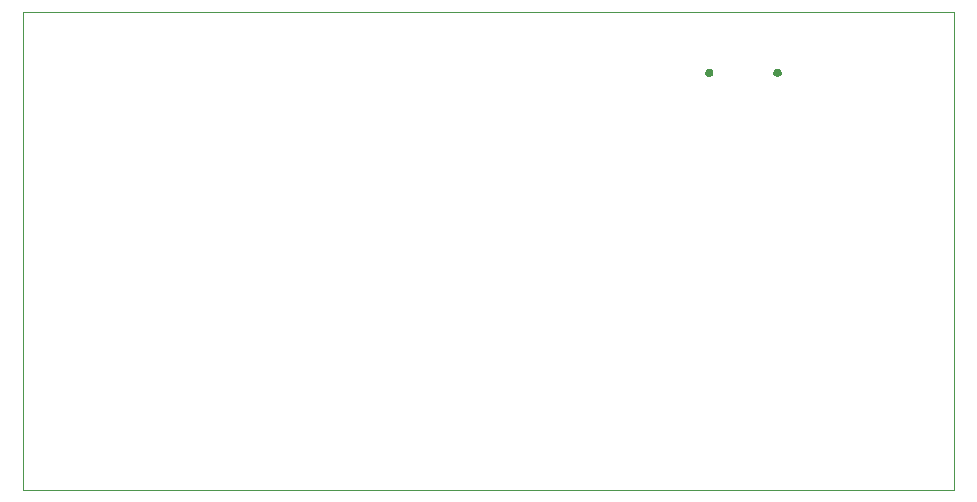
<source format=gbr>
%TF.GenerationSoftware,Altium Limited,Altium Designer,24.0.1 (36)*%
G04 Layer_Color=0*
%FSLAX45Y45*%
%MOMM*%
%TF.SameCoordinates,1D19F893-C717-4D0B-B0CE-957F46A24576*%
%TF.FilePolarity,Positive*%
%TF.FileFunction,Profile,NP*%
%TF.Part,Single*%
G01*
G75*
%TA.AperFunction,Profile*%
%ADD119C,0.02540*%
G36*
X1097192Y555922D02*
X1097316Y549043D01*
X1102753Y536403D01*
X1112570Y526761D01*
X1125306Y521552D01*
X1139066Y521552D01*
X1151802Y526760D01*
X1161620Y536401D01*
X1167058Y549041D01*
X1167183Y555919D01*
X1167058Y562798D01*
X1161621Y575439D01*
X1151804Y585081D01*
X1139068Y590289D01*
X1125308Y590290D01*
X1112572Y585082D01*
X1102754Y575441D01*
X1097316Y562801D01*
X1097191Y555922D01*
X1097192Y555922D01*
D02*
G37*
G36*
X1675194D02*
X1675318Y549043D01*
X1680755Y536403D01*
X1690572Y526761D01*
X1703308Y521552D01*
X1717068Y521552D01*
X1729805Y526760D01*
X1739622Y536401D01*
X1745060Y549041D01*
X1745185Y555919D01*
X1745061Y562798D01*
X1739624Y575439D01*
X1729807Y585081D01*
X1717070Y590289D01*
X1703311Y590290D01*
X1690574Y585082D01*
X1680756Y575441D01*
X1675318Y562801D01*
X1675194Y555922D01*
X1675194Y555922D01*
D02*
G37*
D119*
X-4675000Y-2975000D02*
Y1075000D01*
X3200000D01*
Y-2975000D01*
X-4675000D01*
%TF.MD5,4606ddd66eddc033bb5700d9aa52da34*%
M02*

</source>
